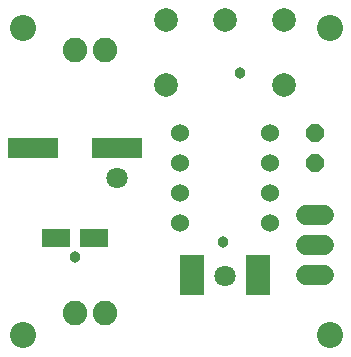
<source format=gbr>
G04 EAGLE Gerber RS-274X export*
G75*
%MOMM*%
%FSLAX34Y34*%
%LPD*%
%INSoldermask Top*%
%IPPOS*%
%AMOC8*
5,1,8,0,0,1.08239X$1,22.5*%
G01*
%ADD10C,2.203200*%
%ADD11R,4.203200X1.803200*%
%ADD12R,2.403200X1.603200*%
%ADD13P,1.649562X8X292.500000*%
%ADD14C,1.524000*%
%ADD15R,2.003200X3.403200*%
%ADD16C,2.082800*%
%ADD17C,2.003200*%
%ADD18C,1.727200*%
%ADD19C,0.965200*%
%ADD20C,1.803700*%
%ADD21C,1.803400*%


D10*
X298450Y965200D03*
X38100Y704850D03*
X38100Y965200D03*
X298450Y704850D03*
D11*
X47050Y863600D03*
X118050Y863600D03*
D12*
X66550Y787400D03*
X98550Y787400D03*
D13*
X285750Y876300D03*
X285750Y850900D03*
D14*
X171450Y876300D03*
X171450Y850900D03*
X247650Y850900D03*
X247650Y876300D03*
X171450Y825500D03*
X171450Y800100D03*
X247650Y825500D03*
X247650Y800100D03*
D15*
X181550Y755650D03*
X237550Y755650D03*
D16*
X107950Y946150D03*
X82550Y946150D03*
X82550Y723900D03*
X107950Y723900D03*
D17*
X209550Y971550D03*
X159550Y971550D03*
X259550Y971550D03*
X259550Y916550D03*
X159550Y916550D03*
D18*
X278130Y806450D02*
X293370Y806450D01*
X293370Y781050D02*
X278130Y781050D01*
X278130Y755650D02*
X293370Y755650D01*
D19*
X82550Y771525D03*
D20*
X118050Y838200D03*
D19*
X207582Y784098D03*
D21*
X209042Y755269D03*
D19*
X222250Y927100D03*
M02*

</source>
